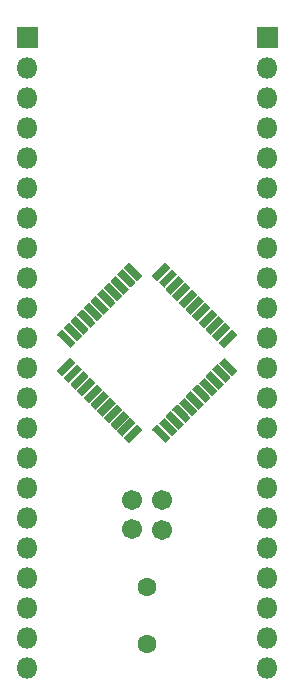
<source format=gts>
%TF.GenerationSoftware,KiCad,Pcbnew,(5.1.7)-1*%
%TF.CreationDate,2020-11-07T21:13:55-05:00*%
%TF.ProjectId,ATmega32u4 Breakout,41546d65-6761-4333-9275-342042726561,rev?*%
%TF.SameCoordinates,Original*%
%TF.FileFunction,Soldermask,Top*%
%TF.FilePolarity,Negative*%
%FSLAX46Y46*%
G04 Gerber Fmt 4.6, Leading zero omitted, Abs format (unit mm)*
G04 Created by KiCad (PCBNEW (5.1.7)-1) date 2020-11-07 21:13:55*
%MOMM*%
%LPD*%
G01*
G04 APERTURE LIST*
%ADD10C,1.601600*%
%ADD11O,1.801600X1.801600*%
%ADD12C,1.701600*%
%ADD13C,0.100000*%
G04 APERTURE END LIST*
D10*
%TO.C,Y1*%
X141986000Y-117602000D03*
X141986000Y-122482000D03*
%TD*%
%TO.C,U1*%
G36*
G01*
X140023213Y-90559267D02*
X140412121Y-90170359D01*
G75*
G02*
X140483963Y-90170359I35921J-35921D01*
G01*
X141544623Y-91231019D01*
G75*
G02*
X141544623Y-91302861I-35921J-35921D01*
G01*
X141155715Y-91691769D01*
G75*
G02*
X141083873Y-91691769I-35921J35921D01*
G01*
X140023213Y-90631109D01*
G75*
G02*
X140023213Y-90559267I35921J35921D01*
G01*
G37*
G36*
G01*
X139457528Y-91124953D02*
X139846436Y-90736045D01*
G75*
G02*
X139918278Y-90736045I35921J-35921D01*
G01*
X140978938Y-91796705D01*
G75*
G02*
X140978938Y-91868547I-35921J-35921D01*
G01*
X140590030Y-92257455D01*
G75*
G02*
X140518188Y-92257455I-35921J35921D01*
G01*
X139457528Y-91196795D01*
G75*
G02*
X139457528Y-91124953I35921J35921D01*
G01*
G37*
G36*
G01*
X138891843Y-91690638D02*
X139280751Y-91301730D01*
G75*
G02*
X139352593Y-91301730I35921J-35921D01*
G01*
X140413253Y-92362390D01*
G75*
G02*
X140413253Y-92434232I-35921J-35921D01*
G01*
X140024345Y-92823140D01*
G75*
G02*
X139952503Y-92823140I-35921J35921D01*
G01*
X138891843Y-91762480D01*
G75*
G02*
X138891843Y-91690638I35921J35921D01*
G01*
G37*
G36*
G01*
X138326157Y-92256323D02*
X138715065Y-91867415D01*
G75*
G02*
X138786907Y-91867415I35921J-35921D01*
G01*
X139847567Y-92928075D01*
G75*
G02*
X139847567Y-92999917I-35921J-35921D01*
G01*
X139458659Y-93388825D01*
G75*
G02*
X139386817Y-93388825I-35921J35921D01*
G01*
X138326157Y-92328165D01*
G75*
G02*
X138326157Y-92256323I35921J35921D01*
G01*
G37*
G36*
G01*
X137760472Y-92822009D02*
X138149380Y-92433101D01*
G75*
G02*
X138221222Y-92433101I35921J-35921D01*
G01*
X139281882Y-93493761D01*
G75*
G02*
X139281882Y-93565603I-35921J-35921D01*
G01*
X138892974Y-93954511D01*
G75*
G02*
X138821132Y-93954511I-35921J35921D01*
G01*
X137760472Y-92893851D01*
G75*
G02*
X137760472Y-92822009I35921J35921D01*
G01*
G37*
G36*
G01*
X137194786Y-93387694D02*
X137583694Y-92998786D01*
G75*
G02*
X137655536Y-92998786I35921J-35921D01*
G01*
X138716196Y-94059446D01*
G75*
G02*
X138716196Y-94131288I-35921J-35921D01*
G01*
X138327288Y-94520196D01*
G75*
G02*
X138255446Y-94520196I-35921J35921D01*
G01*
X137194786Y-93459536D01*
G75*
G02*
X137194786Y-93387694I35921J35921D01*
G01*
G37*
G36*
G01*
X136629101Y-93953380D02*
X137018009Y-93564472D01*
G75*
G02*
X137089851Y-93564472I35921J-35921D01*
G01*
X138150511Y-94625132D01*
G75*
G02*
X138150511Y-94696974I-35921J-35921D01*
G01*
X137761603Y-95085882D01*
G75*
G02*
X137689761Y-95085882I-35921J35921D01*
G01*
X136629101Y-94025222D01*
G75*
G02*
X136629101Y-93953380I35921J35921D01*
G01*
G37*
G36*
G01*
X136063415Y-94519065D02*
X136452323Y-94130157D01*
G75*
G02*
X136524165Y-94130157I35921J-35921D01*
G01*
X137584825Y-95190817D01*
G75*
G02*
X137584825Y-95262659I-35921J-35921D01*
G01*
X137195917Y-95651567D01*
G75*
G02*
X137124075Y-95651567I-35921J35921D01*
G01*
X136063415Y-94590907D01*
G75*
G02*
X136063415Y-94519065I35921J35921D01*
G01*
G37*
G36*
G01*
X135497730Y-95084751D02*
X135886638Y-94695843D01*
G75*
G02*
X135958480Y-94695843I35921J-35921D01*
G01*
X137019140Y-95756503D01*
G75*
G02*
X137019140Y-95828345I-35921J-35921D01*
G01*
X136630232Y-96217253D01*
G75*
G02*
X136558390Y-96217253I-35921J35921D01*
G01*
X135497730Y-95156593D01*
G75*
G02*
X135497730Y-95084751I35921J35921D01*
G01*
G37*
G36*
G01*
X134932045Y-95650436D02*
X135320953Y-95261528D01*
G75*
G02*
X135392795Y-95261528I35921J-35921D01*
G01*
X136453455Y-96322188D01*
G75*
G02*
X136453455Y-96394030I-35921J-35921D01*
G01*
X136064547Y-96782938D01*
G75*
G02*
X135992705Y-96782938I-35921J35921D01*
G01*
X134932045Y-95722278D01*
G75*
G02*
X134932045Y-95650436I35921J35921D01*
G01*
G37*
G36*
G01*
X134366359Y-96216121D02*
X134755267Y-95827213D01*
G75*
G02*
X134827109Y-95827213I35921J-35921D01*
G01*
X135887769Y-96887873D01*
G75*
G02*
X135887769Y-96959715I-35921J-35921D01*
G01*
X135498861Y-97348623D01*
G75*
G02*
X135427019Y-97348623I-35921J35921D01*
G01*
X134366359Y-96287963D01*
G75*
G02*
X134366359Y-96216121I35921J35921D01*
G01*
G37*
G36*
G01*
X134755267Y-99752787D02*
X134366359Y-99363879D01*
G75*
G02*
X134366359Y-99292037I35921J35921D01*
G01*
X135427019Y-98231377D01*
G75*
G02*
X135498861Y-98231377I35921J-35921D01*
G01*
X135887769Y-98620285D01*
G75*
G02*
X135887769Y-98692127I-35921J-35921D01*
G01*
X134827109Y-99752787D01*
G75*
G02*
X134755267Y-99752787I-35921J35921D01*
G01*
G37*
G36*
G01*
X135320953Y-100318472D02*
X134932045Y-99929564D01*
G75*
G02*
X134932045Y-99857722I35921J35921D01*
G01*
X135992705Y-98797062D01*
G75*
G02*
X136064547Y-98797062I35921J-35921D01*
G01*
X136453455Y-99185970D01*
G75*
G02*
X136453455Y-99257812I-35921J-35921D01*
G01*
X135392795Y-100318472D01*
G75*
G02*
X135320953Y-100318472I-35921J35921D01*
G01*
G37*
G36*
G01*
X135886638Y-100884157D02*
X135497730Y-100495249D01*
G75*
G02*
X135497730Y-100423407I35921J35921D01*
G01*
X136558390Y-99362747D01*
G75*
G02*
X136630232Y-99362747I35921J-35921D01*
G01*
X137019140Y-99751655D01*
G75*
G02*
X137019140Y-99823497I-35921J-35921D01*
G01*
X135958480Y-100884157D01*
G75*
G02*
X135886638Y-100884157I-35921J35921D01*
G01*
G37*
G36*
G01*
X136452323Y-101449843D02*
X136063415Y-101060935D01*
G75*
G02*
X136063415Y-100989093I35921J35921D01*
G01*
X137124075Y-99928433D01*
G75*
G02*
X137195917Y-99928433I35921J-35921D01*
G01*
X137584825Y-100317341D01*
G75*
G02*
X137584825Y-100389183I-35921J-35921D01*
G01*
X136524165Y-101449843D01*
G75*
G02*
X136452323Y-101449843I-35921J35921D01*
G01*
G37*
G36*
G01*
X137018009Y-102015528D02*
X136629101Y-101626620D01*
G75*
G02*
X136629101Y-101554778I35921J35921D01*
G01*
X137689761Y-100494118D01*
G75*
G02*
X137761603Y-100494118I35921J-35921D01*
G01*
X138150511Y-100883026D01*
G75*
G02*
X138150511Y-100954868I-35921J-35921D01*
G01*
X137089851Y-102015528D01*
G75*
G02*
X137018009Y-102015528I-35921J35921D01*
G01*
G37*
G36*
G01*
X137583694Y-102581214D02*
X137194786Y-102192306D01*
G75*
G02*
X137194786Y-102120464I35921J35921D01*
G01*
X138255446Y-101059804D01*
G75*
G02*
X138327288Y-101059804I35921J-35921D01*
G01*
X138716196Y-101448712D01*
G75*
G02*
X138716196Y-101520554I-35921J-35921D01*
G01*
X137655536Y-102581214D01*
G75*
G02*
X137583694Y-102581214I-35921J35921D01*
G01*
G37*
G36*
G01*
X138149380Y-103146899D02*
X137760472Y-102757991D01*
G75*
G02*
X137760472Y-102686149I35921J35921D01*
G01*
X138821132Y-101625489D01*
G75*
G02*
X138892974Y-101625489I35921J-35921D01*
G01*
X139281882Y-102014397D01*
G75*
G02*
X139281882Y-102086239I-35921J-35921D01*
G01*
X138221222Y-103146899D01*
G75*
G02*
X138149380Y-103146899I-35921J35921D01*
G01*
G37*
G36*
G01*
X138715065Y-103712585D02*
X138326157Y-103323677D01*
G75*
G02*
X138326157Y-103251835I35921J35921D01*
G01*
X139386817Y-102191175D01*
G75*
G02*
X139458659Y-102191175I35921J-35921D01*
G01*
X139847567Y-102580083D01*
G75*
G02*
X139847567Y-102651925I-35921J-35921D01*
G01*
X138786907Y-103712585D01*
G75*
G02*
X138715065Y-103712585I-35921J35921D01*
G01*
G37*
G36*
G01*
X139280751Y-104278270D02*
X138891843Y-103889362D01*
G75*
G02*
X138891843Y-103817520I35921J35921D01*
G01*
X139952503Y-102756860D01*
G75*
G02*
X140024345Y-102756860I35921J-35921D01*
G01*
X140413253Y-103145768D01*
G75*
G02*
X140413253Y-103217610I-35921J-35921D01*
G01*
X139352593Y-104278270D01*
G75*
G02*
X139280751Y-104278270I-35921J35921D01*
G01*
G37*
G36*
G01*
X139846436Y-104843955D02*
X139457528Y-104455047D01*
G75*
G02*
X139457528Y-104383205I35921J35921D01*
G01*
X140518188Y-103322545D01*
G75*
G02*
X140590030Y-103322545I35921J-35921D01*
G01*
X140978938Y-103711453D01*
G75*
G02*
X140978938Y-103783295I-35921J-35921D01*
G01*
X139918278Y-104843955D01*
G75*
G02*
X139846436Y-104843955I-35921J35921D01*
G01*
G37*
G36*
G01*
X140412121Y-105409641D02*
X140023213Y-105020733D01*
G75*
G02*
X140023213Y-104948891I35921J35921D01*
G01*
X141083873Y-103888231D01*
G75*
G02*
X141155715Y-103888231I35921J-35921D01*
G01*
X141544623Y-104277139D01*
G75*
G02*
X141544623Y-104348981I-35921J-35921D01*
G01*
X140483963Y-105409641D01*
G75*
G02*
X140412121Y-105409641I-35921J35921D01*
G01*
G37*
G36*
G01*
X142427377Y-104277139D02*
X142816285Y-103888231D01*
G75*
G02*
X142888127Y-103888231I35921J-35921D01*
G01*
X143948787Y-104948891D01*
G75*
G02*
X143948787Y-105020733I-35921J-35921D01*
G01*
X143559879Y-105409641D01*
G75*
G02*
X143488037Y-105409641I-35921J35921D01*
G01*
X142427377Y-104348981D01*
G75*
G02*
X142427377Y-104277139I35921J35921D01*
G01*
G37*
G36*
G01*
X142993062Y-103711453D02*
X143381970Y-103322545D01*
G75*
G02*
X143453812Y-103322545I35921J-35921D01*
G01*
X144514472Y-104383205D01*
G75*
G02*
X144514472Y-104455047I-35921J-35921D01*
G01*
X144125564Y-104843955D01*
G75*
G02*
X144053722Y-104843955I-35921J35921D01*
G01*
X142993062Y-103783295D01*
G75*
G02*
X142993062Y-103711453I35921J35921D01*
G01*
G37*
G36*
G01*
X143558747Y-103145768D02*
X143947655Y-102756860D01*
G75*
G02*
X144019497Y-102756860I35921J-35921D01*
G01*
X145080157Y-103817520D01*
G75*
G02*
X145080157Y-103889362I-35921J-35921D01*
G01*
X144691249Y-104278270D01*
G75*
G02*
X144619407Y-104278270I-35921J35921D01*
G01*
X143558747Y-103217610D01*
G75*
G02*
X143558747Y-103145768I35921J35921D01*
G01*
G37*
G36*
G01*
X144124433Y-102580083D02*
X144513341Y-102191175D01*
G75*
G02*
X144585183Y-102191175I35921J-35921D01*
G01*
X145645843Y-103251835D01*
G75*
G02*
X145645843Y-103323677I-35921J-35921D01*
G01*
X145256935Y-103712585D01*
G75*
G02*
X145185093Y-103712585I-35921J35921D01*
G01*
X144124433Y-102651925D01*
G75*
G02*
X144124433Y-102580083I35921J35921D01*
G01*
G37*
G36*
G01*
X144690118Y-102014397D02*
X145079026Y-101625489D01*
G75*
G02*
X145150868Y-101625489I35921J-35921D01*
G01*
X146211528Y-102686149D01*
G75*
G02*
X146211528Y-102757991I-35921J-35921D01*
G01*
X145822620Y-103146899D01*
G75*
G02*
X145750778Y-103146899I-35921J35921D01*
G01*
X144690118Y-102086239D01*
G75*
G02*
X144690118Y-102014397I35921J35921D01*
G01*
G37*
G36*
G01*
X145255804Y-101448712D02*
X145644712Y-101059804D01*
G75*
G02*
X145716554Y-101059804I35921J-35921D01*
G01*
X146777214Y-102120464D01*
G75*
G02*
X146777214Y-102192306I-35921J-35921D01*
G01*
X146388306Y-102581214D01*
G75*
G02*
X146316464Y-102581214I-35921J35921D01*
G01*
X145255804Y-101520554D01*
G75*
G02*
X145255804Y-101448712I35921J35921D01*
G01*
G37*
G36*
G01*
X145821489Y-100883026D02*
X146210397Y-100494118D01*
G75*
G02*
X146282239Y-100494118I35921J-35921D01*
G01*
X147342899Y-101554778D01*
G75*
G02*
X147342899Y-101626620I-35921J-35921D01*
G01*
X146953991Y-102015528D01*
G75*
G02*
X146882149Y-102015528I-35921J35921D01*
G01*
X145821489Y-100954868D01*
G75*
G02*
X145821489Y-100883026I35921J35921D01*
G01*
G37*
G36*
G01*
X146387175Y-100317341D02*
X146776083Y-99928433D01*
G75*
G02*
X146847925Y-99928433I35921J-35921D01*
G01*
X147908585Y-100989093D01*
G75*
G02*
X147908585Y-101060935I-35921J-35921D01*
G01*
X147519677Y-101449843D01*
G75*
G02*
X147447835Y-101449843I-35921J35921D01*
G01*
X146387175Y-100389183D01*
G75*
G02*
X146387175Y-100317341I35921J35921D01*
G01*
G37*
G36*
G01*
X146952860Y-99751655D02*
X147341768Y-99362747D01*
G75*
G02*
X147413610Y-99362747I35921J-35921D01*
G01*
X148474270Y-100423407D01*
G75*
G02*
X148474270Y-100495249I-35921J-35921D01*
G01*
X148085362Y-100884157D01*
G75*
G02*
X148013520Y-100884157I-35921J35921D01*
G01*
X146952860Y-99823497D01*
G75*
G02*
X146952860Y-99751655I35921J35921D01*
G01*
G37*
G36*
G01*
X147518545Y-99185970D02*
X147907453Y-98797062D01*
G75*
G02*
X147979295Y-98797062I35921J-35921D01*
G01*
X149039955Y-99857722D01*
G75*
G02*
X149039955Y-99929564I-35921J-35921D01*
G01*
X148651047Y-100318472D01*
G75*
G02*
X148579205Y-100318472I-35921J35921D01*
G01*
X147518545Y-99257812D01*
G75*
G02*
X147518545Y-99185970I35921J35921D01*
G01*
G37*
G36*
G01*
X148084231Y-98620285D02*
X148473139Y-98231377D01*
G75*
G02*
X148544981Y-98231377I35921J-35921D01*
G01*
X149605641Y-99292037D01*
G75*
G02*
X149605641Y-99363879I-35921J-35921D01*
G01*
X149216733Y-99752787D01*
G75*
G02*
X149144891Y-99752787I-35921J35921D01*
G01*
X148084231Y-98692127D01*
G75*
G02*
X148084231Y-98620285I35921J35921D01*
G01*
G37*
G36*
G01*
X148473139Y-97348623D02*
X148084231Y-96959715D01*
G75*
G02*
X148084231Y-96887873I35921J35921D01*
G01*
X149144891Y-95827213D01*
G75*
G02*
X149216733Y-95827213I35921J-35921D01*
G01*
X149605641Y-96216121D01*
G75*
G02*
X149605641Y-96287963I-35921J-35921D01*
G01*
X148544981Y-97348623D01*
G75*
G02*
X148473139Y-97348623I-35921J35921D01*
G01*
G37*
G36*
G01*
X147907453Y-96782938D02*
X147518545Y-96394030D01*
G75*
G02*
X147518545Y-96322188I35921J35921D01*
G01*
X148579205Y-95261528D01*
G75*
G02*
X148651047Y-95261528I35921J-35921D01*
G01*
X149039955Y-95650436D01*
G75*
G02*
X149039955Y-95722278I-35921J-35921D01*
G01*
X147979295Y-96782938D01*
G75*
G02*
X147907453Y-96782938I-35921J35921D01*
G01*
G37*
G36*
G01*
X147341768Y-96217253D02*
X146952860Y-95828345D01*
G75*
G02*
X146952860Y-95756503I35921J35921D01*
G01*
X148013520Y-94695843D01*
G75*
G02*
X148085362Y-94695843I35921J-35921D01*
G01*
X148474270Y-95084751D01*
G75*
G02*
X148474270Y-95156593I-35921J-35921D01*
G01*
X147413610Y-96217253D01*
G75*
G02*
X147341768Y-96217253I-35921J35921D01*
G01*
G37*
G36*
G01*
X146776083Y-95651567D02*
X146387175Y-95262659D01*
G75*
G02*
X146387175Y-95190817I35921J35921D01*
G01*
X147447835Y-94130157D01*
G75*
G02*
X147519677Y-94130157I35921J-35921D01*
G01*
X147908585Y-94519065D01*
G75*
G02*
X147908585Y-94590907I-35921J-35921D01*
G01*
X146847925Y-95651567D01*
G75*
G02*
X146776083Y-95651567I-35921J35921D01*
G01*
G37*
G36*
G01*
X146210397Y-95085882D02*
X145821489Y-94696974D01*
G75*
G02*
X145821489Y-94625132I35921J35921D01*
G01*
X146882149Y-93564472D01*
G75*
G02*
X146953991Y-93564472I35921J-35921D01*
G01*
X147342899Y-93953380D01*
G75*
G02*
X147342899Y-94025222I-35921J-35921D01*
G01*
X146282239Y-95085882D01*
G75*
G02*
X146210397Y-95085882I-35921J35921D01*
G01*
G37*
G36*
G01*
X145644712Y-94520196D02*
X145255804Y-94131288D01*
G75*
G02*
X145255804Y-94059446I35921J35921D01*
G01*
X146316464Y-92998786D01*
G75*
G02*
X146388306Y-92998786I35921J-35921D01*
G01*
X146777214Y-93387694D01*
G75*
G02*
X146777214Y-93459536I-35921J-35921D01*
G01*
X145716554Y-94520196D01*
G75*
G02*
X145644712Y-94520196I-35921J35921D01*
G01*
G37*
G36*
G01*
X145079026Y-93954511D02*
X144690118Y-93565603D01*
G75*
G02*
X144690118Y-93493761I35921J35921D01*
G01*
X145750778Y-92433101D01*
G75*
G02*
X145822620Y-92433101I35921J-35921D01*
G01*
X146211528Y-92822009D01*
G75*
G02*
X146211528Y-92893851I-35921J-35921D01*
G01*
X145150868Y-93954511D01*
G75*
G02*
X145079026Y-93954511I-35921J35921D01*
G01*
G37*
G36*
G01*
X144513341Y-93388825D02*
X144124433Y-92999917D01*
G75*
G02*
X144124433Y-92928075I35921J35921D01*
G01*
X145185093Y-91867415D01*
G75*
G02*
X145256935Y-91867415I35921J-35921D01*
G01*
X145645843Y-92256323D01*
G75*
G02*
X145645843Y-92328165I-35921J-35921D01*
G01*
X144585183Y-93388825D01*
G75*
G02*
X144513341Y-93388825I-35921J35921D01*
G01*
G37*
G36*
G01*
X143947655Y-92823140D02*
X143558747Y-92434232D01*
G75*
G02*
X143558747Y-92362390I35921J35921D01*
G01*
X144619407Y-91301730D01*
G75*
G02*
X144691249Y-91301730I35921J-35921D01*
G01*
X145080157Y-91690638D01*
G75*
G02*
X145080157Y-91762480I-35921J-35921D01*
G01*
X144019497Y-92823140D01*
G75*
G02*
X143947655Y-92823140I-35921J35921D01*
G01*
G37*
G36*
G01*
X143381970Y-92257455D02*
X142993062Y-91868547D01*
G75*
G02*
X142993062Y-91796705I35921J35921D01*
G01*
X144053722Y-90736045D01*
G75*
G02*
X144125564Y-90736045I35921J-35921D01*
G01*
X144514472Y-91124953D01*
G75*
G02*
X144514472Y-91196795I-35921J-35921D01*
G01*
X143453812Y-92257455D01*
G75*
G02*
X143381970Y-92257455I-35921J35921D01*
G01*
G37*
G36*
G01*
X142816285Y-91691769D02*
X142427377Y-91302861D01*
G75*
G02*
X142427377Y-91231019I35921J35921D01*
G01*
X143488037Y-90170359D01*
G75*
G02*
X143559879Y-90170359I35921J-35921D01*
G01*
X143948787Y-90559267D01*
G75*
G02*
X143948787Y-90631109I-35921J-35921D01*
G01*
X142888127Y-91691769D01*
G75*
G02*
X142816285Y-91691769I-35921J35921D01*
G01*
G37*
%TD*%
%TO.C,J1*%
G36*
G01*
X130925200Y-71970000D02*
X130925200Y-70270000D01*
G75*
G02*
X130976000Y-70219200I50800J0D01*
G01*
X132676000Y-70219200D01*
G75*
G02*
X132726800Y-70270000I0J-50800D01*
G01*
X132726800Y-71970000D01*
G75*
G02*
X132676000Y-72020800I-50800J0D01*
G01*
X130976000Y-72020800D01*
G75*
G02*
X130925200Y-71970000I0J50800D01*
G01*
G37*
D11*
X131826000Y-73660000D03*
X131826000Y-76200000D03*
X131826000Y-78740000D03*
X131826000Y-81280000D03*
X131826000Y-83820000D03*
X131826000Y-86360000D03*
X131826000Y-88900000D03*
X131826000Y-91440000D03*
X131826000Y-93980000D03*
X131826000Y-96520000D03*
X131826000Y-99060000D03*
X131826000Y-101600000D03*
X131826000Y-104140000D03*
X131826000Y-106680000D03*
X131826000Y-109220000D03*
X131826000Y-111760000D03*
X131826000Y-114300000D03*
X131826000Y-116840000D03*
X131826000Y-119380000D03*
X131826000Y-121920000D03*
X131826000Y-124460000D03*
%TD*%
%TO.C,J2*%
X152146000Y-124460000D03*
X152146000Y-121920000D03*
X152146000Y-119380000D03*
X152146000Y-116840000D03*
X152146000Y-114300000D03*
X152146000Y-111760000D03*
X152146000Y-109220000D03*
X152146000Y-106680000D03*
X152146000Y-104140000D03*
X152146000Y-101600000D03*
X152146000Y-99060000D03*
X152146000Y-96520000D03*
X152146000Y-93980000D03*
X152146000Y-91440000D03*
X152146000Y-88900000D03*
X152146000Y-86360000D03*
X152146000Y-83820000D03*
X152146000Y-81280000D03*
X152146000Y-78740000D03*
X152146000Y-76200000D03*
X152146000Y-73660000D03*
G36*
G01*
X151245200Y-71970000D02*
X151245200Y-70270000D01*
G75*
G02*
X151296000Y-70219200I50800J0D01*
G01*
X152996000Y-70219200D01*
G75*
G02*
X153046800Y-70270000I0J-50800D01*
G01*
X153046800Y-71970000D01*
G75*
G02*
X152996000Y-72020800I-50800J0D01*
G01*
X151296000Y-72020800D01*
G75*
G02*
X151245200Y-71970000I0J50800D01*
G01*
G37*
%TD*%
D12*
%TO.C,C2*%
X143256000Y-112776000D03*
X143256000Y-110276000D03*
%TD*%
%TO.C,C1*%
X140716000Y-112736000D03*
X140716000Y-110236000D03*
%TD*%
D13*
G36*
X142853620Y-103850895D02*
G01*
X143986123Y-104983398D01*
X143986641Y-104985330D01*
X143986123Y-104986226D01*
X143525372Y-105446977D01*
X143523440Y-105447495D01*
X143522544Y-105446977D01*
X142390041Y-104314474D01*
X142389662Y-104313060D01*
X142394284Y-104313060D01*
X143523958Y-105442734D01*
X143981880Y-104984812D01*
X142852206Y-103855138D01*
X142394284Y-104313060D01*
X142389662Y-104313060D01*
X142389523Y-104312542D01*
X142390041Y-104311646D01*
X142850792Y-103850895D01*
X142852724Y-103850377D01*
X142853620Y-103850895D01*
G37*
G36*
X141121208Y-103850895D02*
G01*
X141581959Y-104311646D01*
X141582477Y-104313578D01*
X141581959Y-104314474D01*
X140449456Y-105446977D01*
X140447524Y-105447495D01*
X140446628Y-105446977D01*
X139985877Y-104986226D01*
X139985498Y-104984812D01*
X139990120Y-104984812D01*
X140448042Y-105442734D01*
X141577716Y-104313060D01*
X141119794Y-103855138D01*
X139990120Y-104984812D01*
X139985498Y-104984812D01*
X139985359Y-104984294D01*
X139985877Y-104983398D01*
X141118380Y-103850895D01*
X141120312Y-103850377D01*
X141121208Y-103850895D01*
G37*
G36*
X143419305Y-103285209D02*
G01*
X144551808Y-104417712D01*
X144552326Y-104419644D01*
X144551808Y-104420540D01*
X144091057Y-104881291D01*
X144089125Y-104881809D01*
X144088229Y-104881291D01*
X142955726Y-103748788D01*
X142955347Y-103747374D01*
X142959969Y-103747374D01*
X144089643Y-104877048D01*
X144547565Y-104419126D01*
X143417891Y-103289452D01*
X142959969Y-103747374D01*
X142955347Y-103747374D01*
X142955208Y-103746856D01*
X142955726Y-103745960D01*
X143416477Y-103285209D01*
X143418409Y-103284691D01*
X143419305Y-103285209D01*
G37*
G36*
X140555523Y-103285209D02*
G01*
X141016274Y-103745960D01*
X141016792Y-103747892D01*
X141016274Y-103748788D01*
X139883771Y-104881291D01*
X139881839Y-104881809D01*
X139880943Y-104881291D01*
X139420192Y-104420540D01*
X139419813Y-104419126D01*
X139424435Y-104419126D01*
X139882357Y-104877048D01*
X141012031Y-103747374D01*
X140554109Y-103289452D01*
X139424435Y-104419126D01*
X139419813Y-104419126D01*
X139419674Y-104418608D01*
X139420192Y-104417712D01*
X140552695Y-103285209D01*
X140554627Y-103284691D01*
X140555523Y-103285209D01*
G37*
G36*
X139989838Y-102719524D02*
G01*
X140450589Y-103180275D01*
X140451107Y-103182207D01*
X140450589Y-103183103D01*
X139318086Y-104315606D01*
X139316154Y-104316124D01*
X139315258Y-104315606D01*
X138854507Y-103854855D01*
X138854128Y-103853441D01*
X138858750Y-103853441D01*
X139316672Y-104311363D01*
X140446346Y-103181689D01*
X139988424Y-102723767D01*
X138858750Y-103853441D01*
X138854128Y-103853441D01*
X138853989Y-103852923D01*
X138854507Y-103852027D01*
X139987010Y-102719524D01*
X139988942Y-102719006D01*
X139989838Y-102719524D01*
G37*
G36*
X143984990Y-102719524D02*
G01*
X145117493Y-103852027D01*
X145118011Y-103853959D01*
X145117493Y-103854855D01*
X144656742Y-104315606D01*
X144654810Y-104316124D01*
X144653914Y-104315606D01*
X143521411Y-103183103D01*
X143521032Y-103181689D01*
X143525654Y-103181689D01*
X144655328Y-104311363D01*
X145113250Y-103853441D01*
X143983576Y-102723767D01*
X143525654Y-103181689D01*
X143521032Y-103181689D01*
X143520893Y-103181171D01*
X143521411Y-103180275D01*
X143982162Y-102719524D01*
X143984094Y-102719006D01*
X143984990Y-102719524D01*
G37*
G36*
X139424152Y-102153839D02*
G01*
X139884903Y-102614590D01*
X139885421Y-102616522D01*
X139884903Y-102617418D01*
X138752400Y-103749921D01*
X138750468Y-103750439D01*
X138749572Y-103749921D01*
X138288821Y-103289170D01*
X138288442Y-103287756D01*
X138293064Y-103287756D01*
X138750986Y-103745678D01*
X139880660Y-102616004D01*
X139422738Y-102158082D01*
X138293064Y-103287756D01*
X138288442Y-103287756D01*
X138288303Y-103287238D01*
X138288821Y-103286342D01*
X139421324Y-102153839D01*
X139423256Y-102153321D01*
X139424152Y-102153839D01*
G37*
G36*
X144550676Y-102153839D02*
G01*
X145683179Y-103286342D01*
X145683697Y-103288274D01*
X145683179Y-103289170D01*
X145222428Y-103749921D01*
X145220496Y-103750439D01*
X145219600Y-103749921D01*
X144087097Y-102617418D01*
X144086718Y-102616004D01*
X144091340Y-102616004D01*
X145221014Y-103745678D01*
X145678936Y-103287756D01*
X144549262Y-102158082D01*
X144091340Y-102616004D01*
X144086718Y-102616004D01*
X144086579Y-102615486D01*
X144087097Y-102614590D01*
X144547848Y-102153839D01*
X144549780Y-102153321D01*
X144550676Y-102153839D01*
G37*
G36*
X138858467Y-101588153D02*
G01*
X139319218Y-102048904D01*
X139319736Y-102050836D01*
X139319218Y-102051732D01*
X138186715Y-103184235D01*
X138184783Y-103184753D01*
X138183887Y-103184235D01*
X137723136Y-102723484D01*
X137722757Y-102722070D01*
X137727379Y-102722070D01*
X138185301Y-103179992D01*
X139314975Y-102050318D01*
X138857053Y-101592396D01*
X137727379Y-102722070D01*
X137722757Y-102722070D01*
X137722618Y-102721552D01*
X137723136Y-102720656D01*
X138855639Y-101588153D01*
X138857571Y-101587635D01*
X138858467Y-101588153D01*
G37*
G36*
X145116361Y-101588153D02*
G01*
X146248864Y-102720656D01*
X146249382Y-102722588D01*
X146248864Y-102723484D01*
X145788113Y-103184235D01*
X145786181Y-103184753D01*
X145785285Y-103184235D01*
X144652782Y-102051732D01*
X144652403Y-102050318D01*
X144657025Y-102050318D01*
X145786699Y-103179992D01*
X146244621Y-102722070D01*
X145114947Y-101592396D01*
X144657025Y-102050318D01*
X144652403Y-102050318D01*
X144652264Y-102049800D01*
X144652782Y-102048904D01*
X145113533Y-101588153D01*
X145115465Y-101587635D01*
X145116361Y-101588153D01*
G37*
G36*
X138292781Y-101022468D02*
G01*
X138753532Y-101483219D01*
X138754050Y-101485151D01*
X138753532Y-101486047D01*
X137621029Y-102618550D01*
X137619097Y-102619068D01*
X137618201Y-102618550D01*
X137157450Y-102157799D01*
X137157071Y-102156385D01*
X137161693Y-102156385D01*
X137619615Y-102614307D01*
X138749289Y-101484633D01*
X138291367Y-101026711D01*
X137161693Y-102156385D01*
X137157071Y-102156385D01*
X137156932Y-102155867D01*
X137157450Y-102154971D01*
X138289953Y-101022468D01*
X138291885Y-101021950D01*
X138292781Y-101022468D01*
G37*
G36*
X145682047Y-101022468D02*
G01*
X146814550Y-102154971D01*
X146815068Y-102156903D01*
X146814550Y-102157799D01*
X146353799Y-102618550D01*
X146351867Y-102619068D01*
X146350971Y-102618550D01*
X145218468Y-101486047D01*
X145218089Y-101484633D01*
X145222711Y-101484633D01*
X146352385Y-102614307D01*
X146810307Y-102156385D01*
X145680633Y-101026711D01*
X145222711Y-101484633D01*
X145218089Y-101484633D01*
X145217950Y-101484115D01*
X145218468Y-101483219D01*
X145679219Y-101022468D01*
X145681151Y-101021950D01*
X145682047Y-101022468D01*
G37*
G36*
X137727096Y-100456782D02*
G01*
X138187847Y-100917533D01*
X138188365Y-100919465D01*
X138187847Y-100920361D01*
X137055344Y-102052864D01*
X137053412Y-102053382D01*
X137052516Y-102052864D01*
X136591765Y-101592113D01*
X136591386Y-101590699D01*
X136596008Y-101590699D01*
X137053930Y-102048621D01*
X138183604Y-100918947D01*
X137725682Y-100461025D01*
X136596008Y-101590699D01*
X136591386Y-101590699D01*
X136591247Y-101590181D01*
X136591765Y-101589285D01*
X137724268Y-100456782D01*
X137726200Y-100456264D01*
X137727096Y-100456782D01*
G37*
G36*
X146247732Y-100456782D02*
G01*
X147380235Y-101589285D01*
X147380753Y-101591217D01*
X147380235Y-101592113D01*
X146919484Y-102052864D01*
X146917552Y-102053382D01*
X146916656Y-102052864D01*
X145784153Y-100920361D01*
X145783774Y-100918947D01*
X145788396Y-100918947D01*
X146918070Y-102048621D01*
X147375992Y-101590699D01*
X146246318Y-100461025D01*
X145788396Y-100918947D01*
X145783774Y-100918947D01*
X145783635Y-100918429D01*
X145784153Y-100917533D01*
X146244904Y-100456782D01*
X146246836Y-100456264D01*
X146247732Y-100456782D01*
G37*
G36*
X137161410Y-99891097D02*
G01*
X137622161Y-100351848D01*
X137622679Y-100353780D01*
X137622161Y-100354676D01*
X136489658Y-101487179D01*
X136487726Y-101487697D01*
X136486830Y-101487179D01*
X136026079Y-101026428D01*
X136025700Y-101025014D01*
X136030322Y-101025014D01*
X136488244Y-101482936D01*
X137617918Y-100353262D01*
X137159996Y-99895340D01*
X136030322Y-101025014D01*
X136025700Y-101025014D01*
X136025561Y-101024496D01*
X136026079Y-101023600D01*
X137158582Y-99891097D01*
X137160514Y-99890579D01*
X137161410Y-99891097D01*
G37*
G36*
X146813418Y-99891097D02*
G01*
X147945921Y-101023600D01*
X147946439Y-101025532D01*
X147945921Y-101026428D01*
X147485170Y-101487179D01*
X147483238Y-101487697D01*
X147482342Y-101487179D01*
X146349839Y-100354676D01*
X146349460Y-100353262D01*
X146354082Y-100353262D01*
X147483756Y-101482936D01*
X147941678Y-101025014D01*
X146812004Y-99895340D01*
X146354082Y-100353262D01*
X146349460Y-100353262D01*
X146349321Y-100352744D01*
X146349839Y-100351848D01*
X146810590Y-99891097D01*
X146812522Y-99890579D01*
X146813418Y-99891097D01*
G37*
G36*
X147379103Y-99325411D02*
G01*
X148511606Y-100457914D01*
X148512124Y-100459846D01*
X148511606Y-100460742D01*
X148050855Y-100921493D01*
X148048923Y-100922011D01*
X148048027Y-100921493D01*
X146915524Y-99788990D01*
X146915145Y-99787576D01*
X146919767Y-99787576D01*
X148049441Y-100917250D01*
X148507363Y-100459328D01*
X147377689Y-99329654D01*
X146919767Y-99787576D01*
X146915145Y-99787576D01*
X146915006Y-99787058D01*
X146915524Y-99786162D01*
X147376275Y-99325411D01*
X147378207Y-99324893D01*
X147379103Y-99325411D01*
G37*
G36*
X136595725Y-99325411D02*
G01*
X137056476Y-99786162D01*
X137056994Y-99788094D01*
X137056476Y-99788990D01*
X135923973Y-100921493D01*
X135922041Y-100922011D01*
X135921145Y-100921493D01*
X135460394Y-100460742D01*
X135460015Y-100459328D01*
X135464637Y-100459328D01*
X135922559Y-100917250D01*
X137052233Y-99787576D01*
X136594311Y-99329654D01*
X135464637Y-100459328D01*
X135460015Y-100459328D01*
X135459876Y-100458810D01*
X135460394Y-100457914D01*
X136592897Y-99325411D01*
X136594829Y-99324893D01*
X136595725Y-99325411D01*
G37*
G36*
X136030040Y-98759726D02*
G01*
X136490791Y-99220477D01*
X136491309Y-99222409D01*
X136490791Y-99223305D01*
X135358288Y-100355808D01*
X135356356Y-100356326D01*
X135355460Y-100355808D01*
X134894709Y-99895057D01*
X134894330Y-99893643D01*
X134898952Y-99893643D01*
X135356874Y-100351565D01*
X136486548Y-99221891D01*
X136028626Y-98763969D01*
X134898952Y-99893643D01*
X134894330Y-99893643D01*
X134894191Y-99893125D01*
X134894709Y-99892229D01*
X136027212Y-98759726D01*
X136029144Y-98759208D01*
X136030040Y-98759726D01*
G37*
G36*
X147944788Y-98759726D02*
G01*
X149077291Y-99892229D01*
X149077809Y-99894161D01*
X149077291Y-99895057D01*
X148616540Y-100355808D01*
X148614608Y-100356326D01*
X148613712Y-100355808D01*
X147481209Y-99223305D01*
X147480830Y-99221891D01*
X147485452Y-99221891D01*
X148615126Y-100351565D01*
X149073048Y-99893643D01*
X147943374Y-98763969D01*
X147485452Y-99221891D01*
X147480830Y-99221891D01*
X147480691Y-99221373D01*
X147481209Y-99220477D01*
X147941960Y-98759726D01*
X147943892Y-98759208D01*
X147944788Y-98759726D01*
G37*
G36*
X148510474Y-98194041D02*
G01*
X149642977Y-99326544D01*
X149643495Y-99328476D01*
X149642977Y-99329372D01*
X149182226Y-99790123D01*
X149180294Y-99790641D01*
X149179398Y-99790123D01*
X148046895Y-98657620D01*
X148046516Y-98656206D01*
X148051138Y-98656206D01*
X149180812Y-99785880D01*
X149638734Y-99327958D01*
X148509060Y-98198284D01*
X148051138Y-98656206D01*
X148046516Y-98656206D01*
X148046377Y-98655688D01*
X148046895Y-98654792D01*
X148507646Y-98194041D01*
X148509578Y-98193523D01*
X148510474Y-98194041D01*
G37*
G36*
X135464354Y-98194041D02*
G01*
X135925105Y-98654792D01*
X135925623Y-98656724D01*
X135925105Y-98657620D01*
X134792602Y-99790123D01*
X134790670Y-99790641D01*
X134789774Y-99790123D01*
X134329023Y-99329372D01*
X134328644Y-99327958D01*
X134333266Y-99327958D01*
X134791188Y-99785880D01*
X135920862Y-98656206D01*
X135462940Y-98198284D01*
X134333266Y-99327958D01*
X134328644Y-99327958D01*
X134328505Y-99327440D01*
X134329023Y-99326544D01*
X135461526Y-98194041D01*
X135463458Y-98193523D01*
X135464354Y-98194041D01*
G37*
G36*
X149182226Y-95789877D02*
G01*
X149642977Y-96250628D01*
X149643495Y-96252560D01*
X149642977Y-96253456D01*
X148510474Y-97385959D01*
X148508542Y-97386477D01*
X148507646Y-97385959D01*
X148046895Y-96925208D01*
X148046516Y-96923794D01*
X148051138Y-96923794D01*
X148509060Y-97381716D01*
X149638734Y-96252042D01*
X149180812Y-95794120D01*
X148051138Y-96923794D01*
X148046516Y-96923794D01*
X148046377Y-96923276D01*
X148046895Y-96922380D01*
X149179398Y-95789877D01*
X149181330Y-95789359D01*
X149182226Y-95789877D01*
G37*
G36*
X134792602Y-95789877D02*
G01*
X135925105Y-96922380D01*
X135925623Y-96924312D01*
X135925105Y-96925208D01*
X135464354Y-97385959D01*
X135462422Y-97386477D01*
X135461526Y-97385959D01*
X134329023Y-96253456D01*
X134328644Y-96252042D01*
X134333266Y-96252042D01*
X135462940Y-97381716D01*
X135920862Y-96923794D01*
X134791188Y-95794120D01*
X134333266Y-96252042D01*
X134328644Y-96252042D01*
X134328505Y-96251524D01*
X134329023Y-96250628D01*
X134789774Y-95789877D01*
X134791706Y-95789359D01*
X134792602Y-95789877D01*
G37*
G36*
X135358288Y-95224192D02*
G01*
X136490791Y-96356695D01*
X136491309Y-96358627D01*
X136490791Y-96359523D01*
X136030040Y-96820274D01*
X136028108Y-96820792D01*
X136027212Y-96820274D01*
X134894709Y-95687771D01*
X134894330Y-95686357D01*
X134898952Y-95686357D01*
X136028626Y-96816031D01*
X136486548Y-96358109D01*
X135356874Y-95228435D01*
X134898952Y-95686357D01*
X134894330Y-95686357D01*
X134894191Y-95685839D01*
X134894709Y-95684943D01*
X135355460Y-95224192D01*
X135357392Y-95223674D01*
X135358288Y-95224192D01*
G37*
G36*
X148616540Y-95224192D02*
G01*
X149077291Y-95684943D01*
X149077809Y-95686875D01*
X149077291Y-95687771D01*
X147944788Y-96820274D01*
X147942856Y-96820792D01*
X147941960Y-96820274D01*
X147481209Y-96359523D01*
X147480830Y-96358109D01*
X147485452Y-96358109D01*
X147943374Y-96816031D01*
X149073048Y-95686357D01*
X148615126Y-95228435D01*
X147485452Y-96358109D01*
X147480830Y-96358109D01*
X147480691Y-96357591D01*
X147481209Y-96356695D01*
X148613712Y-95224192D01*
X148615644Y-95223674D01*
X148616540Y-95224192D01*
G37*
G36*
X148050855Y-94658507D02*
G01*
X148511606Y-95119258D01*
X148512124Y-95121190D01*
X148511606Y-95122086D01*
X147379103Y-96254589D01*
X147377171Y-96255107D01*
X147376275Y-96254589D01*
X146915524Y-95793838D01*
X146915145Y-95792424D01*
X146919767Y-95792424D01*
X147377689Y-96250346D01*
X148507363Y-95120672D01*
X148049441Y-94662750D01*
X146919767Y-95792424D01*
X146915145Y-95792424D01*
X146915006Y-95791906D01*
X146915524Y-95791010D01*
X148048027Y-94658507D01*
X148049959Y-94657989D01*
X148050855Y-94658507D01*
G37*
G36*
X135923973Y-94658507D02*
G01*
X137056476Y-95791010D01*
X137056994Y-95792942D01*
X137056476Y-95793838D01*
X136595725Y-96254589D01*
X136593793Y-96255107D01*
X136592897Y-96254589D01*
X135460394Y-95122086D01*
X135460015Y-95120672D01*
X135464637Y-95120672D01*
X136594311Y-96250346D01*
X137052233Y-95792424D01*
X135922559Y-94662750D01*
X135464637Y-95120672D01*
X135460015Y-95120672D01*
X135459876Y-95120154D01*
X135460394Y-95119258D01*
X135921145Y-94658507D01*
X135923077Y-94657989D01*
X135923973Y-94658507D01*
G37*
G36*
X136489658Y-94092821D02*
G01*
X137622161Y-95225324D01*
X137622679Y-95227256D01*
X137622161Y-95228152D01*
X137161410Y-95688903D01*
X137159478Y-95689421D01*
X137158582Y-95688903D01*
X136026079Y-94556400D01*
X136025700Y-94554986D01*
X136030322Y-94554986D01*
X137159996Y-95684660D01*
X137617918Y-95226738D01*
X136488244Y-94097064D01*
X136030322Y-94554986D01*
X136025700Y-94554986D01*
X136025561Y-94554468D01*
X136026079Y-94553572D01*
X136486830Y-94092821D01*
X136488762Y-94092303D01*
X136489658Y-94092821D01*
G37*
G36*
X147485170Y-94092821D02*
G01*
X147945921Y-94553572D01*
X147946439Y-94555504D01*
X147945921Y-94556400D01*
X146813418Y-95688903D01*
X146811486Y-95689421D01*
X146810590Y-95688903D01*
X146349839Y-95228152D01*
X146349460Y-95226738D01*
X146354082Y-95226738D01*
X146812004Y-95684660D01*
X147941678Y-94554986D01*
X147483756Y-94097064D01*
X146354082Y-95226738D01*
X146349460Y-95226738D01*
X146349321Y-95226220D01*
X146349839Y-95225324D01*
X147482342Y-94092821D01*
X147484274Y-94092303D01*
X147485170Y-94092821D01*
G37*
G36*
X137055344Y-93527136D02*
G01*
X138187847Y-94659639D01*
X138188365Y-94661571D01*
X138187847Y-94662467D01*
X137727096Y-95123218D01*
X137725164Y-95123736D01*
X137724268Y-95123218D01*
X136591765Y-93990715D01*
X136591386Y-93989301D01*
X136596008Y-93989301D01*
X137725682Y-95118975D01*
X138183604Y-94661053D01*
X137053930Y-93531379D01*
X136596008Y-93989301D01*
X136591386Y-93989301D01*
X136591247Y-93988783D01*
X136591765Y-93987887D01*
X137052516Y-93527136D01*
X137054448Y-93526618D01*
X137055344Y-93527136D01*
G37*
G36*
X146919484Y-93527136D02*
G01*
X147380235Y-93987887D01*
X147380753Y-93989819D01*
X147380235Y-93990715D01*
X146247732Y-95123218D01*
X146245800Y-95123736D01*
X146244904Y-95123218D01*
X145784153Y-94662467D01*
X145783774Y-94661053D01*
X145788396Y-94661053D01*
X146246318Y-95118975D01*
X147375992Y-93989301D01*
X146918070Y-93531379D01*
X145788396Y-94661053D01*
X145783774Y-94661053D01*
X145783635Y-94660535D01*
X145784153Y-94659639D01*
X146916656Y-93527136D01*
X146918588Y-93526618D01*
X146919484Y-93527136D01*
G37*
G36*
X146353799Y-92961450D02*
G01*
X146814550Y-93422201D01*
X146815068Y-93424133D01*
X146814550Y-93425029D01*
X145682047Y-94557532D01*
X145680115Y-94558050D01*
X145679219Y-94557532D01*
X145218468Y-94096781D01*
X145218089Y-94095367D01*
X145222711Y-94095367D01*
X145680633Y-94553289D01*
X146810307Y-93423615D01*
X146352385Y-92965693D01*
X145222711Y-94095367D01*
X145218089Y-94095367D01*
X145217950Y-94094849D01*
X145218468Y-94093953D01*
X146350971Y-92961450D01*
X146352903Y-92960932D01*
X146353799Y-92961450D01*
G37*
G36*
X137621029Y-92961450D02*
G01*
X138753532Y-94093953D01*
X138754050Y-94095885D01*
X138753532Y-94096781D01*
X138292781Y-94557532D01*
X138290849Y-94558050D01*
X138289953Y-94557532D01*
X137157450Y-93425029D01*
X137157071Y-93423615D01*
X137161693Y-93423615D01*
X138291367Y-94553289D01*
X138749289Y-94095367D01*
X137619615Y-92965693D01*
X137161693Y-93423615D01*
X137157071Y-93423615D01*
X137156932Y-93423097D01*
X137157450Y-93422201D01*
X137618201Y-92961450D01*
X137620133Y-92960932D01*
X137621029Y-92961450D01*
G37*
G36*
X138186715Y-92395765D02*
G01*
X139319218Y-93528268D01*
X139319736Y-93530200D01*
X139319218Y-93531096D01*
X138858467Y-93991847D01*
X138856535Y-93992365D01*
X138855639Y-93991847D01*
X137723136Y-92859344D01*
X137722757Y-92857930D01*
X137727379Y-92857930D01*
X138857053Y-93987604D01*
X139314975Y-93529682D01*
X138185301Y-92400008D01*
X137727379Y-92857930D01*
X137722757Y-92857930D01*
X137722618Y-92857412D01*
X137723136Y-92856516D01*
X138183887Y-92395765D01*
X138185819Y-92395247D01*
X138186715Y-92395765D01*
G37*
G36*
X145788113Y-92395765D02*
G01*
X146248864Y-92856516D01*
X146249382Y-92858448D01*
X146248864Y-92859344D01*
X145116361Y-93991847D01*
X145114429Y-93992365D01*
X145113533Y-93991847D01*
X144652782Y-93531096D01*
X144652403Y-93529682D01*
X144657025Y-93529682D01*
X145114947Y-93987604D01*
X146244621Y-92857930D01*
X145786699Y-92400008D01*
X144657025Y-93529682D01*
X144652403Y-93529682D01*
X144652264Y-93529164D01*
X144652782Y-93528268D01*
X145785285Y-92395765D01*
X145787217Y-92395247D01*
X145788113Y-92395765D01*
G37*
G36*
X138752400Y-91830079D02*
G01*
X139884903Y-92962582D01*
X139885421Y-92964514D01*
X139884903Y-92965410D01*
X139424152Y-93426161D01*
X139422220Y-93426679D01*
X139421324Y-93426161D01*
X138288821Y-92293658D01*
X138288442Y-92292244D01*
X138293064Y-92292244D01*
X139422738Y-93421918D01*
X139880660Y-92963996D01*
X138750986Y-91834322D01*
X138293064Y-92292244D01*
X138288442Y-92292244D01*
X138288303Y-92291726D01*
X138288821Y-92290830D01*
X138749572Y-91830079D01*
X138751504Y-91829561D01*
X138752400Y-91830079D01*
G37*
G36*
X145222428Y-91830079D02*
G01*
X145683179Y-92290830D01*
X145683697Y-92292762D01*
X145683179Y-92293658D01*
X144550676Y-93426161D01*
X144548744Y-93426679D01*
X144547848Y-93426161D01*
X144087097Y-92965410D01*
X144086718Y-92963996D01*
X144091340Y-92963996D01*
X144549262Y-93421918D01*
X145678936Y-92292244D01*
X145221014Y-91834322D01*
X144091340Y-92963996D01*
X144086718Y-92963996D01*
X144086579Y-92963478D01*
X144087097Y-92962582D01*
X145219600Y-91830079D01*
X145221532Y-91829561D01*
X145222428Y-91830079D01*
G37*
G36*
X139318086Y-91264394D02*
G01*
X140450589Y-92396897D01*
X140451107Y-92398829D01*
X140450589Y-92399725D01*
X139989838Y-92860476D01*
X139987906Y-92860994D01*
X139987010Y-92860476D01*
X138854507Y-91727973D01*
X138854128Y-91726559D01*
X138858750Y-91726559D01*
X139988424Y-92856233D01*
X140446346Y-92398311D01*
X139316672Y-91268637D01*
X138858750Y-91726559D01*
X138854128Y-91726559D01*
X138853989Y-91726041D01*
X138854507Y-91725145D01*
X139315258Y-91264394D01*
X139317190Y-91263876D01*
X139318086Y-91264394D01*
G37*
G36*
X144656742Y-91264394D02*
G01*
X145117493Y-91725145D01*
X145118011Y-91727077D01*
X145117493Y-91727973D01*
X143984990Y-92860476D01*
X143983058Y-92860994D01*
X143982162Y-92860476D01*
X143521411Y-92399725D01*
X143521032Y-92398311D01*
X143525654Y-92398311D01*
X143983576Y-92856233D01*
X145113250Y-91726559D01*
X144655328Y-91268637D01*
X143525654Y-92398311D01*
X143521032Y-92398311D01*
X143520893Y-92397793D01*
X143521411Y-92396897D01*
X144653914Y-91264394D01*
X144655846Y-91263876D01*
X144656742Y-91264394D01*
G37*
G36*
X144091057Y-90698709D02*
G01*
X144551808Y-91159460D01*
X144552326Y-91161392D01*
X144551808Y-91162288D01*
X143419305Y-92294791D01*
X143417373Y-92295309D01*
X143416477Y-92294791D01*
X142955726Y-91834040D01*
X142955347Y-91832626D01*
X142959969Y-91832626D01*
X143417891Y-92290548D01*
X144547565Y-91160874D01*
X144089643Y-90702952D01*
X142959969Y-91832626D01*
X142955347Y-91832626D01*
X142955208Y-91832108D01*
X142955726Y-91831212D01*
X144088229Y-90698709D01*
X144090161Y-90698191D01*
X144091057Y-90698709D01*
G37*
G36*
X139883771Y-90698709D02*
G01*
X141016274Y-91831212D01*
X141016792Y-91833144D01*
X141016274Y-91834040D01*
X140555523Y-92294791D01*
X140553591Y-92295309D01*
X140552695Y-92294791D01*
X139420192Y-91162288D01*
X139419813Y-91160874D01*
X139424435Y-91160874D01*
X140554109Y-92290548D01*
X141012031Y-91832626D01*
X139882357Y-90702952D01*
X139424435Y-91160874D01*
X139419813Y-91160874D01*
X139419674Y-91160356D01*
X139420192Y-91159460D01*
X139880943Y-90698709D01*
X139882875Y-90698191D01*
X139883771Y-90698709D01*
G37*
G36*
X140449456Y-90133023D02*
G01*
X141581959Y-91265526D01*
X141582477Y-91267458D01*
X141581959Y-91268354D01*
X141121208Y-91729105D01*
X141119276Y-91729623D01*
X141118380Y-91729105D01*
X139985877Y-90596602D01*
X139985498Y-90595188D01*
X139990120Y-90595188D01*
X141119794Y-91724862D01*
X141577716Y-91266940D01*
X140448042Y-90137266D01*
X139990120Y-90595188D01*
X139985498Y-90595188D01*
X139985359Y-90594670D01*
X139985877Y-90593774D01*
X140446628Y-90133023D01*
X140448560Y-90132505D01*
X140449456Y-90133023D01*
G37*
G36*
X143525372Y-90133023D02*
G01*
X143986123Y-90593774D01*
X143986641Y-90595706D01*
X143986123Y-90596602D01*
X142853620Y-91729105D01*
X142851688Y-91729623D01*
X142850792Y-91729105D01*
X142390041Y-91268354D01*
X142389662Y-91266940D01*
X142394284Y-91266940D01*
X142852206Y-91724862D01*
X143981880Y-90595188D01*
X143523958Y-90137266D01*
X142394284Y-91266940D01*
X142389662Y-91266940D01*
X142389523Y-91266422D01*
X142390041Y-91265526D01*
X143522544Y-90133023D01*
X143524476Y-90132505D01*
X143525372Y-90133023D01*
G37*
M02*

</source>
